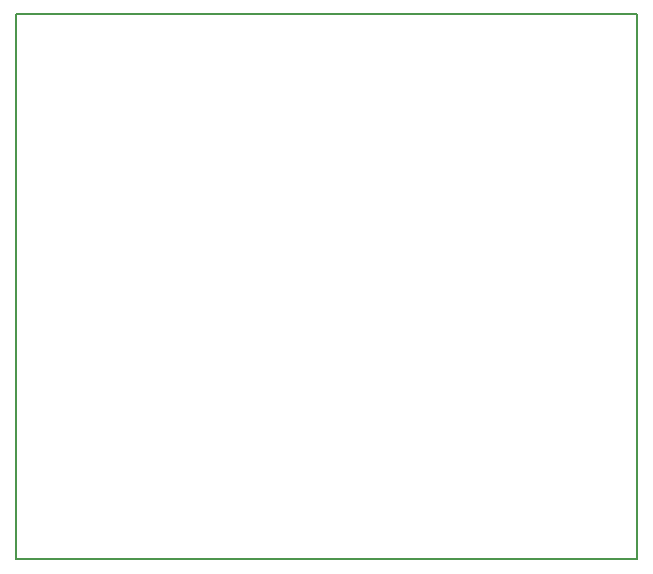
<source format=gbr>
G04 #@! TF.FileFunction,Profile,NP*
%FSLAX46Y46*%
G04 Gerber Fmt 4.6, Leading zero omitted, Abs format (unit mm)*
G04 Created by KiCad (PCBNEW 4.0.2-stable) date 29/05/2019 20:06:32*
%MOMM*%
G01*
G04 APERTURE LIST*
%ADD10C,0.100000*%
%ADD11C,0.150000*%
G04 APERTURE END LIST*
D10*
D11*
X141875000Y-98825000D02*
X141875000Y-98475000D01*
X194425000Y-98825000D02*
X141875000Y-98825000D01*
X194425000Y-52650000D02*
X194425000Y-98825000D01*
X141875000Y-52650000D02*
X194425000Y-52650000D01*
X141875000Y-53525000D02*
X141875000Y-52650000D01*
X141875000Y-98500000D02*
X141875000Y-53525000D01*
M02*

</source>
